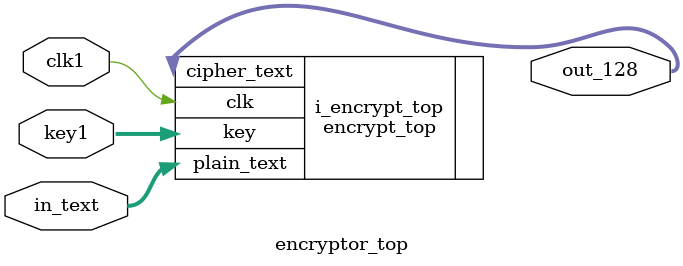
<source format=v>
`timescale 1ns / 1ps
`include "encrypt_final_round.v"
`include "sub_bytes.v"
`include "shift_rows.v"
`include "encrypt_top.v"
`include "add_round_key.v"

module encryptor_top(
    input wire clk1, 
    input wire [127:0] key1,
    input wire [127:0] in_text,
    output wire [127:0] out_128   
);

    encrypt_top i_encrypt_top (
        .clk(clk1),
        .key(key1), 
        .plain_text(in_text), 
        .cipher_text(out_128)
    );


endmodule

</source>
